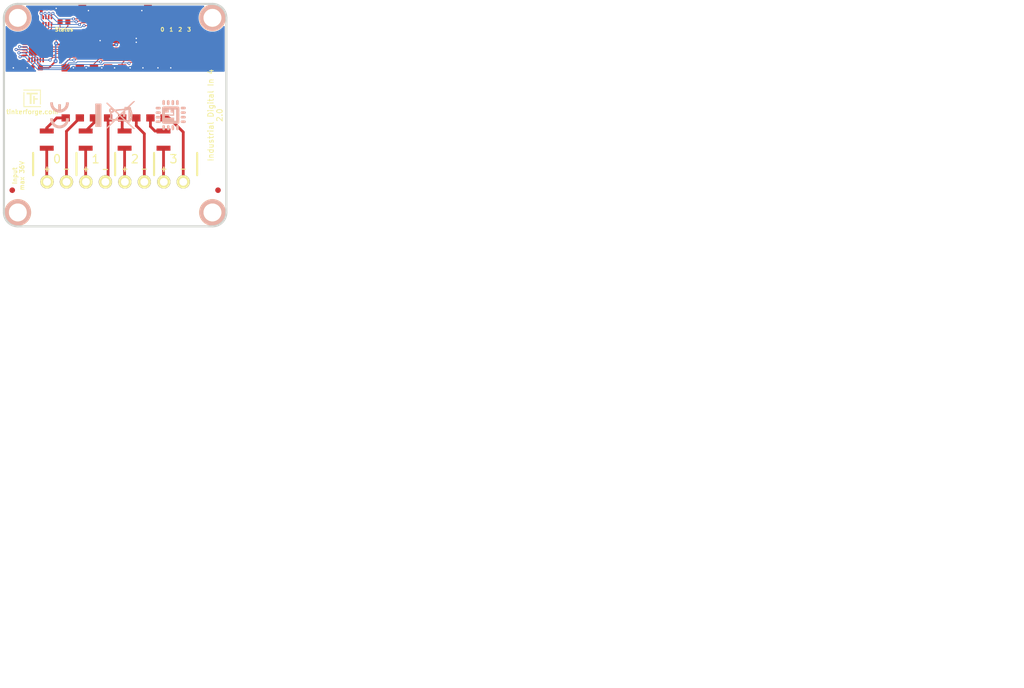
<source format=kicad_pcb>
(kicad_pcb (version 20211014) (generator pcbnew)
  (title_block (title "Industrial Digital In 4 2.0") (date "2023-01-30") (rev "2.0") (company "Tinkerforge GmbH") (comment 1 "Licensed under CERN OHL v.1.1") (comment 2 "Copyright (©) 2023, B.Nordmeyer <bastian@tinkerforge.com>"))
  (layers (0 "F.Cu" signal "Front") (31 "B.Cu" signal "Back") (34 "B.Paste" user) (35 "F.Paste" user) (36 "B.SilkS" user "B.Silkscreen") (37 "F.SilkS" user "F.Silkscreen") (38 "B.Mask" user) (39 "F.Mask" user) (44 "Edge.Cuts" user))
  (net 0 "")
  (net 1 "3V3")
  (net 2 "GND")
  (net 3 "INPUT1")
  (net 4 "INPUT2")
  (net 5 "INPUT3")
  (net 6 "INPUT4")
  (net 7 "Net-(P1-Pad4)")
  (net 8 "Net-(P1-Pad5)")
  (net 9 "Net-(P1-Pad6)")
  (net 10 "Net-(P2-Pad1)")
  (net 11 "Net-(R1-Pad1)")
  (net 12 "Net-(R2-Pad1)")
  (net 13 "Net-(R3-Pad1)")
  (net 14 "Net-(R4-Pad1)")
  (net 15 "Net-(C2-Pad1)")
  (net 16 "Net-(D1-Pad2)")
  (net 17 "Net-(D2-Pad2)")
  (net 18 "Net-(D3-Pad2)")
  (net 19 "Net-(D4-Pad2)")
  (net 20 "Net-(D5-Pad2)")
  (net 21 "Net-(P3-Pad2)")
  (net 22 "Net-(P4-Pad2)")
  (net 23 "Net-(P4-Pad3)")
  (net 24 "Net-(P4-Pad4)")
  (net 25 "Net-(P4-Pad1)")
  (net 26 "Net-(P4-Pad5)")
  (net 27 "Net-(P4-Pad6)")
  (net 28 "Net-(P4-Pad7)")
  (net 29 "Net-(P4-Pad8)")
  (net 30 "Net-(R5-Pad1)")
  (net 31 "S-MISO")
  (net 32 "S-CS")
  (net 33 "S-CLK")
  (net 34 "S-MOSI")
  (net 35 "LED3")
  (net 36 "LED2")
  (net 37 "LED1")
  (net 38 "LED0")
  (net 39 "Net-(P1-Pad1)")
  (net 40 "Net-(U1-Pad2)")
  (net 41 "Net-(U1-Pad8)")
  (net 42 "Net-(U1-Pad11)")
  (net 43 "Net-(U1-Pad12)")
  (net 44 "Net-(U1-Pad17)")
  (net 45 "Net-(U1-Pad19)")
  (net 46 "Net-(U1-Pad20)")
  (footprint "kicad-libraries:Fiducial_Mark" (layer "F.Cu") (at 101.5 73.5)
    (fp_text reference "Fiducial_Mark" hide)
    (fp_text value "VAL**" hide)
  )
  (footprint "kicad-libraries:Fiducial_Mark" (layer "F.Cu") (at 138 46.5)
    (fp_text reference "Fiducial_Mark" hide)
    (fp_text value "VAL**" hide)
  )
  (footprint "kicad-libraries:Logo_31x31" (layer "F.Cu") (at 103.50004 55.4)
    (fp_text reference "G***" hide)
    (fp_text value "Logo_31x31" hide)
  )
  (footprint "kicad-libraries:DEBUG_PAD" (layer "F.Cu") (at 108.70004 45.9)
    (fp_text reference "P2")
    (fp_text value "DEBUG")
  )
  (footprint "kicad-libraries:SolderJumper" (layer "F.Cu") (at 102.80004 51 90)
    (fp_text reference "P3")
    (fp_text value "BOOT")
  )
  (footprint "kicad-libraries:QFN24-4x4mm-0.5mm" (layer "F.Cu") (at 105.80004 48)
    (fp_text reference "U1")
    (fp_text value "XMC1100")
  )
  (footprint "kicad-libraries:Fiducial_Mark" (layer "F.Cu") (at 138.5 73.5)
    (fp_text reference "Fiducial_Mark" hide)
    (fp_text value "VAL**" hide)
  )
  (footprint "kicad-libraries:C0805" (layer "F.Cu") (at 122.00004 46.5)
    (fp_text reference "C1")
    (fp_text value "10uF")
  )
  (footprint "kicad-libraries:C0402F" (layer "F.Cu") (at 108.00004 40.8)
    (fp_text reference "C2")
    (fp_text value "220pF")
  )
  (footprint "kicad-libraries:C0603F" (layer "F.Cu") (at 118.80004 46.6 180)
    (fp_text reference "C3")
    (fp_text value "1uF")
  )
  (footprint "kicad-libraries:C0603F" (layer "F.Cu") (at 105.80004 51.5 180)
    (fp_text reference "C4")
    (fp_text value "100nF")
  )
  (footprint "kicad-libraries:D0603F" (layer "F.Cu") (at 111.50004 42.5 90)
    (fp_text reference "D1")
    (fp_text value "blue")
  )
  (footprint "kicad-libraries:D0603F" (layer "F.Cu") (at 128.50004 42.5 -90)
    (fp_text reference "D2")
    (fp_text value "blue")
  )
  (footprint "kicad-libraries:D0603F" (layer "F.Cu") (at 130.10004 42.5 -90)
    (fp_text reference "D3")
    (fp_text value "blue")
  )
  (footprint "kicad-libraries:D0603F" (layer "F.Cu") (at 131.70004 42.5 -90)
    (fp_text reference "D4")
    (fp_text value "blue")
  )
  (footprint "kicad-libraries:D0603F" (layer "F.Cu") (at 133.30004 42.5 -90)
    (fp_text reference "D5")
    (fp_text value "blue")
  )
  (footprint "kicad-libraries:CON-SENSOR2" (layer "F.Cu") (at 120 40 180)
    (fp_text reference "P1")
    (fp_text value "CON-SENSOR2")
  )
  (footprint "kicad-libraries:OQ_8P" (layer "F.Cu") (at 120.00004 72)
    (fp_text reference "P4")
    (fp_text value "Digital Input")
  )
  (footprint "kicad-libraries:R0603F" (layer "F.Cu") (at 110.10004 42.5 90)
    (fp_text reference "R1")
    (fp_text value "1k")
  )
  (footprint "kicad-libraries:R1210" (layer "F.Cu") (at 107.70004 64.4 -90)
    (fp_text reference "R2")
    (fp_text value "4.7k")
  )
  (footprint "kicad-libraries:R1210" (layer "F.Cu") (at 114.70004 64.4 -90)
    (fp_text reference "R3")
    (fp_text value "4.7k")
  )
  (footprint "kicad-libraries:R1210" (layer "F.Cu") (at 121.70004 64.4 -90)
    (fp_text reference "R4")
    (fp_text value "4.7k")
  )
  (footprint "kicad-libraries:R1210" (layer "F.Cu") (at 128.70004 64.4 -90)
    (fp_text reference "R5")
    (fp_text value "4.7k")
  )
  (footprint "kicad-libraries:4X0402" (layer "F.Cu") (at 107.80004 43 180)
    (fp_text reference "RP1")
    (fp_text value "82")
  )
  (footprint "kicad-libraries:0603X4" (layer "F.Cu") (at 126.90004 47.5 90)
    (fp_text reference "RP2")
    (fp_text value "1k")
  )
  (footprint "kicad-libraries:0603X4" (layer "F.Cu") (at 132.30004 50.3 90)
    (fp_text reference "RP3")
    (fp_text value "10k")
  )
  (footprint "kicad-libraries:OPTO-SMD16" (layer "F.Cu") (at 120.00004 56)
    (fp_text reference "U2")
    (fp_text value "LTV846S")
  )
  (footprint "kicad-libraries:DRILL_NP" (layer "F.Cu") (at 102.5 42.5)
    (fp_text reference "U3" hide)
    (fp_text value "DRILL" hide)
  )
  (footprint "kicad-libraries:DRILL_NP" (layer "F.Cu") (at 137.5 42.5)
    (fp_text reference "U4" hide)
    (fp_text value "DRILL" hide)
  )
  (footprint "kicad-libraries:DRILL_NP" (layer "F.Cu") (at 137.5 77.5)
    (fp_text reference "U5" hide)
    (fp_text value "DRILL" hide)
  )
  (footprint "kicad-libraries:DRILL_NP" (layer "F.Cu") (at 102.5 77.5)
    (fp_text reference "U6" hide)
    (fp_text value "DRILL" hide)
  )
  (footprint "kicad-libraries:CE_5mm" (layer "B.Cu") (at 110.00004 60 90)
    (fp_text reference "VAL" hide)
    (fp_text value "CE_5mm" hide)
  )
  (footprint "kicad-libraries:WEEE_7mm" (layer "B.Cu") (at 120.00004 60 90)
    (fp_text reference "VAL" hide)
    (fp_text value "WEEE_7mm" hide)
  )
  (footprint "kicad-libraries:Logo_CoMCU" (layer "B.Cu") (at 130.00004 60 90)
    (fp_text reference "G***" hide)
    (fp_text value "LOGO" hide)
  )
  (gr_line (start 113.05072 70.79924) (end 113.05072 66.79874) (layer "F.SilkS") (width 0.381))
  (gr_line (start 127.0004 70.79924) (end 127.0004 66.79874) (layer "F.SilkS") (width 0.381))
  (gr_line (start 120.00016 70.79924) (end 120.00016 66.79874) (layer "F.SilkS") (width 0.381))
  (gr_line (start 105.25038 70.79924) (end 105.25038 66.79874) (layer "F.SilkS") (width 0.381))
  (gr_line (start 134.74994 70.79924) (end 134.74994 66.79874) (layer "F.SilkS") (width 0.381))
  (gr_line (start 100 77.5) (end 100 42.5) (layer "Edge.Cuts") (width 0.381))
  (gr_line (start 140 42.5) (end 140 77.5) (layer "Edge.Cuts") (width 0.381))
  (gr_arc (start 102.5 80) (mid 100.732233 79.267767) (end 100 77.5) (layer "Edge.Cuts") (width 0.381))
  (gr_arc (start 137.5 40) (mid 139.267767 40.732233) (end 140 42.5) (layer "Edge.Cuts") (width 0.381))
  (gr_line (start 102.5 40) (end 137.5 40) (layer "Edge.Cuts") (width 0.381))
  (gr_line (start 137.5 80) (end 102.5 80) (layer "Edge.Cuts") (width 0.381))
  (gr_arc (start 140 77.5) (mid 139.267767 79.267767) (end 137.5 80) (layer "Edge.Cuts") (width 0.381))
  (gr_arc (start 100 42.5) (mid 100.732233 40.732233) (end 102.5 40) (layer "Edge.Cuts") (width 0.381))
  (gr_text "+" (at 114.74998 69.64862) (layer "F.SilkS") (effects (font (size 1.00076 1.00076) (thickness 0.20066))))
  (gr_text "Status" (at 110.80004 44.6) (layer "F.SilkS") (effects (font (size 0.7 0.7) (thickness 0.14986))))
  (gr_text "+" (at 128.75046 69.64862) (layer "F.SilkS") (effects (font (size 1.00076 1.00076) (thickness 0.20066))))
  (gr_text "-" (at 118.2501 69.69942) (layer "F.SilkS") (effects (font (size 1.00076 1.00076) (thickness 0.20066))))
  (gr_text "1" (at 130.10004 44.6) (layer "F.SilkS") (effects (font (size 0.7 0.7) (thickness 0.14986))))
  (gr_text "+" (at 121.75022 69.64862) (layer "F.SilkS") (effects (font (size 1.00076 1.00076) (thickness 0.20066))))
  (gr_text "3" (at 133.30004 44.6) (layer "F.SilkS") (effects (font (size 0.7 0.7) (thickness 0.14986))))
  (gr_text "-" (at 132.25058 69.64862) (layer "F.SilkS") (effects (font (size 1.00076 1.00076) (thickness 0.20066))))
  (gr_text "1" (at 116.50004 67.89856) (layer "F.SilkS") (effects (font (size 1.50114 1.50114) (thickness 0.20066))))
  (gr_text "0" (at 128.50004 44.6) (layer "F.SilkS") (effects (font (size 0.7 0.7) (thickness 0.14986))))
  (gr_text "-" (at 125.25034 69.64862) (layer "F.SilkS") (effects (font (size 1.00076 1.00076) (thickness 0.20066))))
  (gr_text "Input\nmax 36V" (at 102.60004 70.9 90) (layer "F.SilkS") (effects (font (size 0.8001 0.8001) (thickness 0.14986))))
  (gr_text "-" (at 111.24986 69.64862) (layer "F.SilkS") (effects (font (size 1.00076 1.00076) (thickness 0.20066))))
  (gr_text "Industrial Digital In 4\n2.0" (at 138.00004 60 90) (layer "F.SilkS") (effects (font (size 1 1))))
  (gr_text "0" (at 109.5506 67.89856) (layer "F.SilkS") (effects (font (size 1.50114 1.50114) (thickness 0.20066))))
  (gr_text "2" (at 131.70004 44.6) (layer "F.SilkS") (effects (font (size 0.7 0.7) (thickness 0.14986))))
  (gr_text "2" (at 123.55108 67.89856) (layer "F.SilkS") (effects (font (size 1.50114 1.50114) (thickness 0.20066))))
  (gr_text "+" (at 107.74974 69.64862) (layer "F.SilkS") (effects (font (size 1.00076 1.00076) (thickness 0.20066))))
  (gr_text "3" (at 130.50052 67.89856) (layer "F.SilkS") (effects (font (size 1.50114 1.50114) (thickness 0.20066))))
  (gr_text "tinkerforge.com" (at 105.10004 59.4) (layer "F.SilkS") (effects (font (size 0.8001 0.8001) (thickness 0.14986))))
  (segment (start 121.25016 46.24912) (end 120.99928 46.5) (width 0.50038) (layer "F.Cu") (net 1))
  (segment (start 120.89928 46.6) (end 120.99928 46.5) (width 0.50038) (layer "F.Cu") (net 1))
  (segment (start 120.30004 46.6) (end 120.89928 46.6) (width 0.50038) (layer "F.Cu") (net 1))
  (segment (start 120.20004 46.6) (end 120.30004 46.6) (width 0.50038) (layer "F.Cu") (net 1))
  (segment (start 108.10004 51.5) (end 109.30004 50.3) (width 0.29972) (layer "F.Cu") (net 1))
  (segment (start 109.40004 47.1) (end 109.60004 47.3) (width 0.29972) (layer "F.Cu") (net 1))
  (segment (start 109.60004 47.3) (end 117.30004 47.3) (width 0.29972) (layer "F.Cu") (net 1))
  (segment (start 117.30004 47.3) (end 117.40004 47.4) (width 0.29972) (layer "F.Cu") (net 1))
  (segment (start 117.40004 47.4) (end 120.10004 47.4) (width 0.29972) (layer "F.Cu") (net 1))
  (segment (start 120.10004 47.4) (end 120.20004 47.3) (width 0.29972) (layer "F.Cu") (net 1))
  (segment (start 106.05004 50.65) (end 106.55004 51.15) (width 0.14986) (layer "F.Cu") (net 1))
  (segment (start 106.55004 51.15) (end 106.55004 51.5) (width 0.14986) (layer "F.Cu") (net 1))
  (segment (start 111.50004 44) (end 109.40004 46.1) (width 0.14986) (layer "F.Cu") (net 1))
  (segment (start 109.40004 46.1) (end 109.40004 47.1) (width 0.14986) (layer "F.Cu") (net 1))
  (segment (start 121.25016 43.44988) (end 121.70004 43) (width 0.29972) (layer "F.Cu") (net 1))
  (segment (start 121.70004 43) (end 126.50004 43) (width 0.29972) (layer "F.Cu") (net 1))
  (segment (start 126.50004 43) (end 127.75004 41.75) (width 0.29972) (layer "F.Cu") (net 1))
  (segment (start 127.75004 41.75) (end 128.50004 41.75) (width 0.29972) (layer "F.Cu") (net 1))
  (segment (start 133.90116 51.49888) (end 134.50004 50.9) (width 0.29972) (layer "F.Cu") (net 1))
  (segment (start 134.50004 50.9) (end 134.50004 50.2) (width 0.29972) (layer "F.Cu") (net 1))
  (segment (start 134.50004 42.4) (end 133.85004 41.75) (width 0.29972) (layer "F.Cu") (net 1))
  (segment (start 133.85004 41.75) (end 133.30004 41.75) (width 0.29972) (layer "F.Cu") (net 1))
  (segment (start 134.09892 49.10112) (end 134.50004 48.7) (width 0.29972) (layer "F.Cu") (net 1))
  (segment (start 134.50004 48.7) (end 134.50004 42.4) (width 0.29972) (layer "F.Cu") (net 1))
  (segment (start 134.09882 49.90122) (end 134.50004 49.5) (width 0.29972) (layer "F.Cu") (net 1))
  (segment (start 134.50004 49.5) (end 134.50004 48.7) (width 0.29972) (layer "F.Cu") (net 1))
  (segment (start 134.00126 50.69878) (end 134.50004 50.2) (width 0.29972) (layer "F.Cu") (net 1))
  (segment (start 134.50004 50.2) (end 134.50004 49.5) (width 0.29972) (layer "F.Cu") (net 1))
  (segment (start 119.55004 46.6) (end 120.20004 46.6) (width 0.50038) (layer "F.Cu") (net 1))
  (segment (start 121.25016 44.5992) (end 121.25016 46.24912) (width 0.50038) (layer "F.Cu") (net 1))
  (segment (start 111.50004 43.25) (end 111.50004 44) (width 0.14986) (layer "F.Cu") (net 1))
  (segment (start 120.20004 46.6) (end 120.20004 47.3) (width 0.50038) (layer "F.Cu") (net 1))
  (segment (start 133.15094 49.10112) (end 134.09892 49.10112) (width 0.29972) (layer "F.Cu") (net 1))
  (segment (start 128.50004 41.75) (end 130.10004 41.75) (width 0.29972) (layer "F.Cu") (net 1))
  (segment (start 133.15094 49.90122) (end 134.09882 49.90122) (width 0.29972) (layer "F.Cu") (net 1))
  (segment (start 130.10004 41.75) (end 131.70004 41.75) (width 0.29972) (layer "F.Cu") (net 1))
  (segment (start 108.10004 51.5) (end 106.55004 51.5) (width 0.29972) (layer "F.Cu") (net 1))
  (segment (start 133.30004 41.75) (end 131.70004 41.75) (width 0.29972) (layer "F.Cu") (net 1))
  (segment (start 106.05004 50.025) (end 106.05004 50.65) (width 0.14986) (layer "F.Cu") (net 1))
  (segment (start 133.15094 51.49888) (end 133.90116 51.49888) (width 0.29972) (layer "F.Cu") (net 1))
  (segment (start 121.25016 44.5992) (end 121.25016 43.44988) (width 0.29972) (layer "F.Cu") (net 1))
  (segment (start 133.15094 50.69878) (end 134.00126 50.69878) (width 0.29972) (layer "F.Cu") (net 1))
  (via (at 109.40004 47.1) (size 0.7) (drill 0.25) (layers "F.Cu" "B.Cu") (net 1))
  (via (at 120.20004 47.3) (size 0.7) (drill 0.25) (layers "F.Cu" "B.Cu") (net 1))
  (via (at 109.30004 50.3) (size 0.7) (drill 0.25) (layers "F.Cu" "B.Cu") (net 1))
  (segment (start 109.30004 47.2) (end 109.40004 47.1) (width 0.29972) (layer "B.Cu") (net 1))
  (segment (start 109.30004 50.3) (end 109.30004 47.2) (width 0.29972) (layer "B.Cu") (net 1))
  (segment (start 114.79838 51.50166) (end 114.80004 51.5) (width 0.50038) (layer "F.Cu") (net 2))
  (segment (start 112.5017 51.50166) (end 112.50004 51.5) (width 0.50038) (layer "F.Cu") (net 2))
  (segment (start 117.6017 51.50166) (end 117.60004 51.5) (width 0.50038) (layer "F.Cu") (net 2))
  (segment (start 119.89838 51.50166) (end 119.90004 51.5) (width 0.50038) (layer "F.Cu") (net 2))
  (segment (start 122.7017 51.50166) (end 122.70004 51.5) (width 0.50038) (layer "F.Cu") (net 2))
  (segment (start 124.99838 51.50166) (end 125.00004 51.5) (width 0.50038) (layer "F.Cu") (net 2))
  (segment (start 127.7017 51.50166) (end 127.70004 51.5) (width 0.50038) (layer "F.Cu") (net 2))
  (segment (start 129.99838 51.50166) (end 130.00004 51.5) (width 0.50038) (layer "F.Cu") (net 2))
  (segment (start 115.19924 41.1992) (end 115.20004 41.2) (width 0.50038) (layer "F.Cu") (net 2))
  (segment (start 124.80084 41.1992) (end 124.80004 41.2) (width 0.50038) (layer "F.Cu") (net 2))
  (segment (start 122.50016 45.50012) (end 123.0008 46.00076) (width 0.50038) (layer "F.Cu") (net 2))
  (segment (start 123.0008 46.00076) (end 123.0008 46.5) (width 0.50038) (layer "F.Cu") (net 2))
  (segment (start 123.40004 46.5) (end 123.80004 46.9) (width 0.50038) (layer "F.Cu") (net 2))
  (segment (start 123.50004 46.5) (end 123.80004 46.2) (width 0.50038) (layer "F.Cu") (net 2))
  (segment (start 105.55004 50.55) (end 105.05004 51.05) (width 0.14986) (layer "F.Cu") (net 2))
  (segment (start 105.05004 51.05) (end 105.05004 51.5) (width 0.14986) (layer "F.Cu") (net 2))
  (segment (start 105.55004 49.05) (end 105.15004 48.65) (width 0.14986) (layer "F.Cu") (net 2))
  (segment (start 102.25004 51.5) (end 102.80004 51.5) (width 0.14986) (layer "F.Cu") (net 2))
  (segment (start 103.30004 51.5) (end 103.30004 51.2) (width 0.14986) (layer "F.Cu") (net 2))
  (segment (start 103.30004 51.2) (end 103.35004 51.225) (width 0.14986) (layer "F.Cu") (net 2))
  (segment (start 105.15004 48.65) (end 105.15004 47.35) (width 0.14986) (layer "F.Cu") (net 2))
  (segment (start 106.45004 47.35) (end 106.45004 48.65) (width 0.14986) (layer "F.Cu") (net 2))
  (segment (start 102.25004 51.225) (end 102.25004 51.5) (width 0.14986) (layer "F.Cu") (net 2))
  (segment (start 105.55004 50.025) (end 105.55004 49.05) (width 0.14986) (layer "F.Cu") (net 2))
  (segment (start 123.0008 46.5) (end 123.40004 46.5) (width 0.50038) (layer "F.Cu") (net 2))
  (segment (start 118.05004 46.6) (end 117.30004 46.6) (width 0.50038) (layer "F.Cu") (net 2))
  (segment (start 105.15004 47.35) (end 106.45004 47.35) (width 0.14986) (layer "F.Cu") (net 2))
  (segment (start 123.8075 51.50166) (end 124.99838 51.50166) (width 0.50038) (layer "F.Cu") (net 2))
  (segment (start 105.55004 50.025) (end 105.55004 50.55) (width 0.14986) (layer "F.Cu") (net 2))
  (segment (start 108.65004 40.8) (end 109.40004 40.8) (width 0.50038) (layer "F.Cu") (net 2))
  (segment (start 118.73258 51.50166) (end 119.89838 51.50166) (width 0.50038) (layer "F.Cu") (net 2))
  (segment (start 128.8875 51.50166) (end 127.7017 51.50166) (width 0.50038) (layer "F.Cu") (net 2))
  (segment (start 102.80004 51.5) (end 103.30004 51.5) (width 0.14986) (layer "F.Cu") (net 2))
  (segment (start 123.8075 51.50166) (end 122.7017 51.50166) (width 0.50038) (layer "F.Cu") (net 2))
  (segment (start 128.8875 51.50166) (end 129.99838 51.50166) (width 0.50038) (layer "F.Cu") (net 2))
  (segment (start 105.05004 51.5) (end 104.20004 51.5) (width 0.50038) (layer "F.Cu") (net 2))
  (segment (start 123.0008 46.5) (end 123.50004 46.5) (width 0.50038) (layer "F.Cu") (net 2))
  (segment (start 113.65258 51.50166) (end 112.5017 51.50166) (width 0.50038) (layer "F.Cu") (net 2))
  (segment (start 102.80004 51.5) (end 101.70004 51.5) (width 0.14986) (layer "F.Cu") (net 2))
  (segment (start 113.65258 51.50166) (end 114.79838 51.50166) (width 0.50038) (layer "F.Cu") (net 2))
  (segment (start 114.10016 41.1992) (end 115.19924 41.1992) (width 0.50038) (layer "F.Cu") (net 2))
  (segment (start 122.50016 44.5992) (end 122.50016 45.50012) (width 0.50038) (layer "F.Cu") (net 2))
  (segment (start 118.73258 51.50166) (end 117.6017 51.50166) (width 0.50038) (layer "F.Cu") (net 2))
  (segment (start 125.90016 41.1992) (end 124.80084 41.1992) (width 0.50038) (layer "F.Cu") (net 2))
  (via (at 117.30004 46.6) (size 0.7) (drill 0.25) (layers "F.Cu" "B.Cu") (net 2))
  (via (at 124.80004 41.2) (size 0.7) (drill 0.25) (layers "F.Cu" "B.Cu") (net 2))
  (via (at 101.70004 51.5) (size 0.7) (drill 0.25) (layers "F.Cu" "B.Cu") (net 2))
  (via (at 104.20004 51.5) (size 0.7) (drill 0.25) (layers "F.Cu" "B.Cu") (net 2))
  (via (at 114.80004 51.5) (size 0.7) (drill 0.25) (layers "F.Cu" "B.Cu") (net 2))
  (via (at 123.80004 46.9) (size 0.7) (drill 0.25) (layers "F.Cu" "B.Cu") (net 2))
  (via (at 127.70004 51.5) (size 0.7) (drill 0.25) (layers "F.Cu" "B.Cu") (net 2))
  (via (at 112.50004 51.5) (size 0.7) (drill 0.25) (layers "F.Cu" "B.Cu") (net 2))
  (via (at 119.90004 51.5) (size 0.7) (drill 0.25) (layers "F.Cu" "B.Cu") (net 2))
  (via (at 115.20004 41.2) (size 0.7) (drill 0.25) (layers "F.Cu" "B.Cu") (net 2))
  (via (at 117.60004 51.5) (size 0.7) (drill 0.25) (layers "F.Cu" "B.Cu") (net 2))
  (via (at 122.70004 51.5) (size 0.7) (drill 0.25) (layers "F.Cu" "B.Cu") (net 2))
  (via (at 123.80004 46.2) (size 0.7) (drill 0.25) (layers "F.Cu" "B.Cu") (net 2))
  (via (at 109.40004 40.8) (size 0.7) (drill 0.25) (layers "F.Cu" "B.Cu") (net 2))
  (via (at 130.00004 51.5) (size 0.7) (drill 0.25) (layers "F.Cu" "B.Cu") (net 2))
  (via (at 125.00004 51.5) (size 0.7) (drill 0.25) (layers "F.Cu" "B.Cu") (net 2))
  (segment (start 111.11258 50.98746) (end 111.11258 51.50166) (width 0.29972) (layer "F.Cu") (net 3))
  (segment (start 129.69892 49.10112) (end 129.20004 49.6) (width 0.14986) (layer "F.Cu") (net 3))
  (segment (start 112.10004 49.6) (end 111.11258 50.58746) (width 0.14986) (layer "F.Cu") (net 3))
  (segment (start 111.11258 51.50166) (end 111.11258 50.58746) (width 0.14986) (layer "F.Cu") (net 3))
  (segment (start 108.80004 49.6) (end 108.30004 50.1) (width 0.14986) (layer "F.Cu") (net 3))
  (segment (start 102.80004 47.7) (end 102.85004 47.75) (width 0.14986) (layer "F.Cu") (net 3))
  (segment (start 102.85004 47.75) (end 103.77504 47.75) (width 0.14986) (layer "F.Cu") (net 3))
  (segment (start 112.10004 49.6) (end 129.20004 49.6) (width 0.14986) (layer "F.Cu") (net 3))
  (segment (start 129.69892 49.10112) (end 131.44914 49.10112) (width 0.14986) (layer "F.Cu") (net 3))
  (segment (start 112.10004 49.6) (end 108.80004 49.6) (width 0.14986) (layer "F.Cu") (net 3))
  (via (at 108.30004 50.1) (size 0.55) (drill 0.25) (layers "F.Cu" "B.Cu") (net 3))
  (via (at 102.80004 47.7) (size 0.55) (drill 0.25) (layers "F.Cu" "B.Cu") (net 3))
  (segment (start 108.30004 50.1) (end 106.40004 50.1) (width 0.14986) (layer "B.Cu") (net 3))
  (segment (start 106.40004 50.1) (end 104.00004 47.7) (width 0.14986) (layer "B.Cu") (net 3))
  (segment (start 104.00004 47.7) (end 102.80004 47.7) (width 0.14986) (layer "B.Cu") (net 3))
  (segment (start 130.80004 49.9) (end 130.80126 49.90122) (width 0.14986) (layer "F.Cu") (net 4))
  (segment (start 116.19258 50.807738) (end 116.19258 51.50166) (width 0.14986) (layer "F.Cu") (net 4))
  (segment (start 117.100179 49.900139) (end 116.19258 50.807738) (width 0.14986) (layer "F.Cu") (net 4))
  (segment (start 102.20004 48.2) (end 102.25004 48.25) (width 0.14986) (layer "F.Cu") (net 4))
  (segment (start 102.25004 48.25) (end 103.77504 48.25) (width 0.14986) (layer "F.Cu") (net 4))
  (segment (start 112.799901 49.900139) (end 112.60004 50.1) (width 0.14986) (layer "F.Cu") (net 4))
  (segment (start 117.100179 49.900139) (end 112.90004 49.900139) (width 0.14986) (layer "F.Cu") (net 4))
  (segment (start 131.44914 49.90122) (end 130.80126 49.90122) (width 0.14986) (layer "F.Cu") (net 4))
  (segment (start 112.90004 49.900139) (end 112.799901 49.900139) (width 0.14986) (layer "F.Cu") (net 4))
  (segment (start 117.100318 49.9) (end 117.100179 49.900139) (width 0.14986) (layer "F.Cu") (net 4))
  (segment (start 130.80004 49.9) (end 117.100318 49.9) (width 0.14986) (layer "F.Cu") (net 4))
  (via (at 112.60004 50.1) (size 0.55) (drill 0.25) (layers "F.Cu" "B.Cu") (net 4))
  (via (at 102.20004 48.2) (size 0.55) (drill 0.25) (layers "F.Cu" "B.Cu") (net 4))
  (segment (start 103.90004 48.2) (end 102.20004 48.2) (width 0.14986) (layer "B.Cu") (net 4))
  (segment (start 110.50004 51.1) (end 106.80004 51.1) (width 0.14986) (layer "B.Cu") (net 4))
  (segment (start 106.80004 51.1) (end 103.90004 48.2) (width 0.14986) (layer "B.Cu") (net 4))
  (segment (start 111.50004 50.1) (end 110.50004 51.1) (width 0.14986) (layer "B.Cu") (net 4))
  (segment (start 112.60004 50.1) (end 111.50004 50.1) (width 0.14986) (layer "B.Cu") (net 4))
  (segment (start 130.89882 50.69878) (end 130.40004 50.2) (width 0.14986) (layer "F.Cu") (net 5))
  (segment (start 130.40004 50.2) (end 121.70004 50.2) (width 0.14986) (layer "F.Cu") (net 5))
  (segment (start 121.70004 50.2) (end 121.2675 50.63254) (width 0.14986) (layer "F.Cu") (net 5))
  (segment (start 121.2675 50.63254) (end 121.2675 51.50166) (width 0.14986) (layer "F.Cu") (net 5))
  (segment (start 117.60004 50.2) (end 117.40004 50.4) (width 0.14986) (layer "F.Cu") (net 5))
  (segment (start 102.70004 48.8) (end 102.75004 48.75) (width 0.14986) (layer "F.Cu") (net 5))
  (segment (start 102.75004 48.75) (end 103.77504 48.75) (width 0.14986) (layer "F.Cu") (net 5))
  (segment (start 121.70004 50.2) (end 117.60004 50.2) (width 0.14986) (layer "F.Cu") (net 5))
  (segment (start 131.44914 50.69878) (end 130.89882 50.69878) (width 0.14986) (layer "F.Cu") (net 5))
  (segment (start 121.2675 51.50166) (end 121.2675 51.06746) (width 0.29972) (layer "F.Cu") (net 5))
  (via (at 117.40004 50.4) (size 0.55) (drill 0.25) (layers "F.Cu" "B.Cu") (net 5))
  (via (at 102.70004 48.8) (size 0.55) (drill 0.25) (layers "F.Cu" "B.Cu") (net 5))
  (segment (start 106.50004 51.5) (end 103.80004 48.8) (width 0.14986) (layer "B.Cu") (net 5))
  (segment (start 103.80004 48.8) (end 102.70004 48.8) (width 0.14986) (layer "B.Cu") (net 5))
  (segment (start 113.20004 50.4) (end 113.00004 50.6) (width 0.14986) (layer "B.Cu") (net 5))
  (segment (start 111.70004 50.6) (end 110.80004 51.5) (width 0.14986) (layer "B.Cu") (net 5))
  (segment (start 110.80004 51.5) (end 106.50004 51.5) (width 0.14986) (layer "B.Cu") (net 5))
  (segment (start 113.00004 50.6) (end 111.70004 50.6) (width 0.14986) (layer "B.Cu") (net 5))
  (segment (start 117.40004 50.4) (end 113.20004 50.4) (width 0.14986) (layer "B.Cu") (net 5))
  (segment (start 130.99892 51.49888) (end 130.00004 50.5) (width 0.14986) (layer "F.Cu") (net 6))
  (segment (start 130.00004 50.5) (end 126.80004 50.5) (width 0.14986) (layer "F.Cu") (net 6))
  (segment (start 126.80004 50.5) (end 126.3475 50.95254) (width 0.14986) (layer "F.Cu") (net 6))
  (segment (start 126.3475 50.95254) (end 126.3475 51.50166) (width 0.14986) (layer "F.Cu") (net 6))
  (segment (start 122.70004 50.5) (end 122.50004 50.7) (width 0.14986) (layer "F.Cu") (net 6))
  (segment (start 102.90004 49.5) (end 103.15004 49.25) (width 0.14986) (layer "F.Cu") (net 6))
  (segment (start 103.15004 49.25) (end 103.77504 49.25) (width 0.14986) (layer "F.Cu") (net 6))
  (segment (start 126.80004 50.5) (end 122.70004 50.5) (width 0.14986) (layer "F.Cu") (net 6))
  (segment (start 131.44914 51.49888) (end 130.99892 51.49888) (width 0.14986) (layer "F.Cu") (net 6))
  (via (at 122.50004 50.7) (size 0.55) (drill 0.25) (layers "F.Cu" "B.Cu") (net 6))
  (via (at 102.90004 49.5) (size 0.55) (drill 0.25) (layers "F.Cu" "B.Cu") (net 6))
  (segment (start 122.50004 50.7) (end 122.40004 50.6) (width 0.14986) (layer "B.Cu") (net 6))
  (segment (start 122.40004 50.6) (end 118.00004 50.6) (width 0.14986) (layer "B.Cu") (net 6))
  (segment (start 118.00004 50.6) (end 117.70004 50.9) (width 0.14986) (layer "B.Cu") (net 6))
  (segment (start 112.40004 50.9) (end 112.00004 50.9) (width 0.14986) (layer "B.Cu") (net 6))
  (segment (start 112.00004 50.9) (end 111.10004 51.8) (width 0.14986) (layer "B.Cu") (net 6))
  (segment (start 111.10004 51.8) (end 106.10004 51.8) (width 0.14986) (layer "B.Cu") (net 6))
  (segment (start 106.10004 51.8) (end 103.80004 49.5) (width 0.14986) (layer "B.Cu") (net 6))
  (segment (start 103.80004 49.5) (end 102.90004 49.5) (width 0.14986) (layer "B.Cu") (net 6))
  (segment (start 113.60004 50.9) (end 117.70004 50.9) (width 0.14986) (layer "B.Cu") (net 6))
  (segment (start 113.60004 50.9) (end 112.40004 50.9) (width 0.14986) (layer "B.Cu") (net 6))
  (segment (start 108.54934 41.9507) (end 108.80004 41.7) (width 0.14986) (layer "F.Cu") (net 7))
  (segment (start 120.00016 43.50012) (end 119.20004 42.7) (width 0.14986) (layer "F.Cu") (net 7))
  (segment (start 119.20004 42.7) (end 112.50004 42.7) (width 0.14986) (layer "F.Cu") (net 7))
  (segment (start 108.65004 41.55) (end 108.80004 41.7) (width 0.14986) (layer "F.Cu") (net 7))
  (segment (start 120.00016 44.5992) (end 120.00016 43.50012) (width 0.14986) (layer "F.Cu") (net 7))
  (segment (start 108.54934 41.9507) (end 108.54934 42.425) (width 0.14986) (layer "F.Cu") (net 7))
  (via (at 112.50004 42.7) (size 0.55) (drill 0.25) (layers "F.Cu" "B.Cu") (net 7))
  (via (at 108.80004 41.7) (size 0.55) (drill 0.25) (layers "F.Cu" "B.Cu") (net 7))
  (segment (start 109.80004 42.7) (end 108.80004 41.7) (width 0.14986) (layer "B.Cu") (net 7))
  (segment (start 112.50004 42.7) (end 109.80004 42.7) (width 0.14986) (layer "B.Cu") (net 7))
  (segment (start 108.04896 41.75108) (end 108.10004 41.7) (width 0.14986) (layer "F.Cu") (net 8))
  (segment (start 118.75016 43.45012) (end 118.40004 43.1) (width 0.14986) (layer "F.Cu") (net 8))
  (segment (start 118.40004 43.1) (end 113.10004 43.1) (width 0.14986) (layer "F.Cu") (net 8))
  (segment (start 113.10004 43.1) (end 113.00004 43.2) (width 0.14986) (layer "F.Cu") (net 8))
  (segment (start 108.04896 42.425) (end 108.04896 41.75108) (width 0.14986) (layer "F.Cu") (net 8))
  (segment (start 118.75016 43.45012) (end 118.75016 44.5992) (width 0.14986) (layer "F.Cu") (net 8))
  (via (at 113.00004 43.2) (size 0.55) (drill 0.25) (layers "F.Cu" "B.Cu") (net 8))
  (via (at 108.10004 41.7) (size 0.55) (drill 0.25) (layers "F.Cu" "B.Cu") (net 8))
  (segment (start 109.50004 43.2) (end 108.10004 41.8) (width 0.14986) (layer "B.Cu") (net 8))
  (segment (start 108.10004 41.8) (end 108.10004 41.7) (width 0.14986) (layer "B.Cu") (net 8))
  (segment (start 113.00004 43.2) (end 109.50004 43.2) (width 0.14986) (layer "B.Cu") (net 8))
  (segment (start 107.55112 41.85108) (end 107.40004 41.7) (width 0.14986) (layer "F.Cu") (net 9))
  (segment (start 117.20004 43.4) (end 117.50016 43.70012) (width 0.14986) (layer "F.Cu") (net 9))
  (segment (start 117.20004 43.4) (end 113.90004 43.4) (width 0.14986) (layer "F.Cu") (net 9))
  (segment (start 113.90004 43.4) (end 113.60004 43.7) (width 0.14986) (layer "F.Cu") (net 9))
  (segment (start 117.50016 44.5992) (end 117.50016 43.70012) (width 0.14986) (layer "F.Cu") (net 9))
  (segment (start 107.55112 42.425) (end 107.55112 41.85108) (width 0.14986) (layer "F.Cu") (net 9))
  (via (at 113.60004 43.7) (size 0.55) (drill 0.25) (layers "F.Cu" "B.Cu") (net 9))
  (via (at 107.40004 41.7) (size 0.55) (drill 0.25) (layers "F.Cu" "B.Cu") (net 9))
  (segment (start 108.80004 43.7) (end 107.40004 42.3) (width 0.14986) (layer "B.Cu") (net 9))
  (segment (start 107.40004 42.3) (end 107.40004 41.7) (width 0.14986) (layer "B.Cu") (net 9))
  (segment (start 113.60004 43.7) (end 108.80004 43.7) (width 0.14986) (layer "B.Cu") (net 9))
  (segment (start 108.35004 46.75) (end 108.70004 46.4) (width 0.14986) (layer "F.Cu") (net 10))
  (segment (start 108.70004 46.4) (end 108.70004 45.9) (width 0.14986) (layer "F.Cu") (net 10))
  (segment (start 107.82504 46.75) (end 108.15004 46.75) (width 0.14986) (layer "F.Cu") (net 10))
  (segment (start 107.82504 46.75) (end 108.35004 46.75) (width 0.14986) (layer "F.Cu") (net 10))
  (segment (start 109.75004 43.25) (end 110.10004 43.25) (width 0.14986) (layer "F.Cu") (net 11))
  (segment (start 106.05004 45.45) (end 106.30004 45.2) (width 0.14986) (layer "F.Cu") (net 11))
  (segment (start 106.30004 45.2) (end 109.10004 45.2) (width 0.14986) (layer "F.Cu") (net 11))
  (segment (start 109.10004 45.2) (end 110.10004 44.2) (width 0.14986) (layer "F.Cu") (net 11))
  (segment (start 110.10004 44.2) (end 110.10004 43.25) (width 0.14986) (layer "F.Cu") (net 11))
  (segment (start 106.05004 45.975) (end 106.05004 45.45) (width 0.14986) (layer "F.Cu") (net 11))
  (segment (start 109.5017 60.49834) (end 107.70004 62.3) (width 0.50038) (layer "F.Cu") (net 12))
  (segment (start 107.70004 62.3) (end 107.70004 62.8506) (width 0.50038) (layer "F.Cu") (net 12))
  (segment (start 111.11258 60.49834) (end 109.5017 60.49834) (width 0.50038) (layer "F.Cu") (net 12))
  (segment (start 116.19258 61.35806) (end 114.70004 62.8506) (width 0.50038) (layer "F.Cu") (net 13))
  (segment (start 116.19258 60.49834) (end 116.19258 61.35806) (width 0.50038) (layer "F.Cu") (net 13))
  (segment (start 121.2675 62.41806) (end 121.70004 62.8506) (width 0.50038) (layer "F.Cu") (net 14))
  (segment (start 121.2675 60.49834) (end 121.2675 62.41806) (width 0.50038) (layer "F.Cu") (net 14))
  (segment (start 106.70004 41.8) (end 107.05074 42.1507) (width 0.14986) (layer "F.Cu") (net 15))
  (segment (start 106.70004 41.8) (end 106.70004 41.7) (width 0.14986) (layer "F.Cu") (net 15))
  (segment (start 115.55096 43.9) (end 114.40004 43.9) (width 0.14986) (layer "F.Cu") (net 15))
  (segment (start 107.10004 40.8) (end 106.70004 41.2) (width 0.50038) (layer "F.Cu") (net 15))
  (segment (start 106.70004 41.2) (end 106.70004 41.7) (width 0.50038) (layer "F.Cu") (net 15))
  (segment (start 116.25016 44.5992) (end 115.55096 43.9) (width 0.14986) (layer "F.Cu") (net 15))
  (segment (start 107.35004 40.8) (end 107.10004 40.8) (width 0.50038) (layer "F.Cu") (net 15))
  (segment (start 116.25016 44.5992) (end 116.25016 45.351378) (width 0.29972) (layer "F.Cu") (net 15))
  (segment (start 107.05074 42.425) (end 107.05074 42.1507) (width 0.14986) (layer "F.Cu") (net 15))
  (via (at 114.40004 43.9) (size 0.55) (drill 0.25) (layers "F.Cu" "B.Cu") (net 15))
  (via (at 106.70004 41.7) (size 0.55) (drill 0.25) (layers "F.Cu" "B.Cu") (net 15))
  (segment (start 114.20004 43.9) (end 113.90004 44.2) (width 0.14986) (layer "B.Cu") (net 15))
  (segment (start 113.90004 44.2) (end 108.10004 44.2) (width 0.14986) (layer "B.Cu") (net 15))
  (segment (start 108.10004 44.2) (end 106.70004 42.8) (width 0.14986) (layer "B.Cu") (net 15))
  (segment (start 106.70004 42.8) (end 106.70004 41.7) (width 0.14986) (layer "B.Cu") (net 15))
  (segment (start 114.40004 43.9) (end 114.20004 43.9) (width 0.14986) (layer "B.Cu") (net 15))
  (segment (start 111.50004 41.75) (end 110.10004 41.75) (width 0.14986) (layer "F.Cu") (net 16))
  (segment (start 128.50004 46.1) (end 128.29892 46.30112) (width 0.14986) (layer "F.Cu") (net 17))
  (segment (start 128.29892 46.30112) (end 127.75094 46.30112) (width 0.14986) (layer "F.Cu") (net 17))
  (segment (start 128.50004 43.25) (end 128.50004 46.1) (width 0.14986) (layer "F.Cu") (net 17))
  (segment (start 128.39882 47.10122) (end 130.10004 45.4) (width 0.14986) (layer "F.Cu") (net 18))
  (segment (start 130.10004 45.4) (end 130.10004 43.25) (width 0.14986) (layer "F.Cu") (net 18))
  (segment (start 127.75094 47.10122) (end 128.39882 47.10122) (width 0.14986) (layer "F.Cu") (net 18))
  (segment (start 129.00126 47.89878) (end 131.70004 45.2) (width 0.14986) (layer "F.Cu") (net 19))
  (segment (start 131.70004 45.2) (end 131.70004 43.25) (width 0.14986) (layer "F.Cu") (net 19))
  (segment (start 127.75094 47.89878) (end 129.00126 47.89878) (width 0.14986) (layer "F.Cu") (net 19))
  (segment (start 129.10116 48.69888) (end 133.30004 44.5) (width 0.14986) (layer "F.Cu") (net 20))
  (segment (start 133.30004 44.5) (end 133.30004 43.25) (width 0.14986) (layer "F.Cu") (net 20))
  (segment (start 127.75094 48.69888) (end 129.10116 48.69888) (width 0.14986) (layer "F.Cu") (net 20))
  (segment (start 104.12504 50.45) (end 104.55004 50.025) (width 0.14986) (layer "F.Cu") (net 21))
  (segment (start 102.80004 50.85) (end 102.80004 50.45) (width 0.14986) (layer "F.Cu") (net 21))
  (segment (start 102.80004 50.45) (end 104.12504 50.45) (width 0.14986) (layer "F.Cu") (net 21))
  (segment (start 111.24974 62.90118) (end 113.65258 60.49834) (width 0.50038) (layer "F.Cu") (net 22))
  (segment (start 111.24974 72) (end 111.24974 62.90118) (width 0.50038) (layer "F.Cu") (net 22))
  (segment (start 114.70004 71.95018) (end 114.74986 72) (width 0.50038) (layer "F.Cu") (net 23))
  (segment (start 114.70004 65.9494) (end 114.70004 71.95018) (width 0.50038) (layer "F.Cu") (net 23))
  (segment (start 118.73258 71.5174) (end 118.24998 72) (width 0.50038) (layer "F.Cu") (net 24))
  (segment (start 118.73258 60.49834) (end 118.73258 71.5174) (width 0.50038) (layer "F.Cu") (net 24))
  (segment (start 107.70004 71.95042) (end 107.74962 72) (width 0.50038) (layer "F.Cu") (net 25))
  (segment (start 107.70004 65.9494) (end 107.70004 71.95042) (width 0.50038) (layer "F.Cu") (net 25))
  (segment (start 121.70004 71.94994) (end 121.7501 72) (width 0.50038) (layer "F.Cu") (net 26))
  (segment (start 121.70004 65.9494) (end 121.70004 71.94994) (width 0.50038) (layer "F.Cu") (net 26))
  (segment (start 125.25022 63.35018) (end 123.8075 61.90746) (width 0.50038) (layer "F.Cu") (net 27))
  (segment (start 123.8075 61.90746) (end 123.8075 60.49834) (width 0.50038) (layer "F.Cu") (net 27))
  (segment (start 125.25022 72) (end 125.25022 63.35018) (width 0.50038) (layer "F.Cu") (net 27))
  (segment (start 128.70004 71.9497) (end 128.75034 72) (width 0.50038) (layer "F.Cu") (net 28))
  (segment (start 128.70004 65.9494) (end 128.70004 71.9497) (width 0.50038) (layer "F.Cu") (net 28))
  (segment (start 132.25046 63.05042) (end 129.69838 60.49834) (width 0.50038) (layer "F.Cu") (net 29))
  (segment (start 129.69838 60.49834) (end 128.8875 60.49834) (width 0.50038) (layer "F.Cu") (net 29))
  (segment (start 132.25046 72) (end 132.25046 63.05042) (width 0.50038) (layer "F.Cu") (net 29))
  (segment (start 126.3475 62.04746) (end 127.15064 62.8506) (width 0.50038) (layer "F.Cu") (net 30))
  (segment (start 127.15064 62.8506) (end 128.70004 62.8506) (width 0.50038) (layer "F.Cu") (net 30))
  (segment (start 126.3475 60.49834) (end 126.3475 62.04746) (width 0.50038) (layer "F.Cu") (net 30))
  (segment (start 103.77504 45.525) (end 105.40004 43.9) (width 0.14986) (layer "F.Cu") (net 31))
  (segment (start 105.40004 43.9) (end 106.72574 43.9) (width 0.14986) (layer "F.Cu") (net 31))
  (segment (start 106.72574 43.9) (end 107.05074 43.575) (width 0.14986) (layer "F.Cu") (net 31))
  (segment (start 103.77504 46.75) (end 103.77504 45.525) (width 0.14986) (layer "F.Cu") (net 31))
  (segment (start 105.55004 45.45) (end 106.10004 44.9) (width 0.14986) (layer "F.Cu") (net 32))
  (segment (start 106.10004 44.9) (end 108.10004 44.9) (width 0.14986) (layer "F.Cu") (net 32))
  (segment (start 108.10004 44.9) (end 108.54934 44.4507) (width 0.14986) (layer "F.Cu") (net 32))
  (segment (start 108.54934 44.4507) (end 108.54934 43.575) (width 0.14986) (layer "F.Cu") (net 32))
  (segment (start 105.55004 45.975) (end 105.55004 45.45) (width 0.14986) (layer "F.Cu") (net 32))
  (segment (start 105.05004 45.45) (end 105.90004 44.6) (width 0.14986) (layer "F.Cu") (net 33))
  (segment (start 105.90004 44.6) (end 107.80004 44.6) (width 0.14986) (layer "F.Cu") (net 33))
  (segment (start 107.80004 44.6) (end 108.04896 44.35108) (width 0.14986) (layer "F.Cu") (net 33))
  (segment (start 108.04896 44.35108) (end 108.04896 43.575) (width 0.14986) (layer "F.Cu") (net 33))
  (segment (start 105.05004 45.975) (end 105.05004 45.45) (width 0.14986) (layer "F.Cu") (net 33))
  (segment (start 104.55004 45.45) (end 105.699762 44.300278) (width 0.14986) (layer "F.Cu") (net 34))
  (segment (start 105.699762 44.300278) (end 107.299762 44.300278) (width 0.14986) (layer "F.Cu") (net 34))
  (segment (start 107.299762 44.300278) (end 107.55112 44.04892) (width 0.14986) (layer "F.Cu") (net 34))
  (segment (start 107.55112 44.04892) (end 107.55112 43.575) (width 0.14986) (layer "F.Cu") (net 34))
  (segment (start 104.55004 45.975) (end 104.55004 45.45) (width 0.14986) (layer "F.Cu") (net 34))
  (segment (start 125.00116 48.69888) (end 126.04914 48.69888) (width 0.14986) (layer "F.Cu") (net 35))
  (segment (start 124.80004 48.9) (end 125.00116 48.69888) (width 0.14986) (layer "F.Cu") (net 35))
  (segment (start 109.40004 48.9) (end 109.05004 49.25) (width 0.14986) (layer "F.Cu") (net 35))
  (segment (start 107.82504 49.25) (end 109.05004 49.25) (width 0.14986) (layer "F.Cu") (net 35))
  (segment (start 124.80004 48.9) (end 109.40004 48.9) (width 0.14986) (layer "F.Cu") (net 35))
  (segment (start 125.00126 47.89878) (end 126.04914 47.89878) (width 0.14986) (layer "F.Cu") (net 36))
  (segment (start 108.65004 48.75) (end 108.85004 48.55) (width 0.14986) (layer "F.Cu") (net 36))
  (segment (start 108.85004 48.55) (end 124.35004 48.55) (width 0.14986) (layer "F.Cu") (net 36))
  (segment (start 125.00126 47.89878) (end 126.04914 47.89878) (width 0.14986) (layer "F.Cu") (net 36))
  (segment (start 125.00126 47.89878) (end 124.35004 48.55) (width 0.14986) (layer "F.Cu") (net 36))
  (segment (start 108.65004 48.75) (end 107.82504 48.75) (width 0.14986) (layer "F.Cu") (net 36))
  (segment (start 124.00004 48.2) (end 125.09882 47.10122) (width 0.14986) (layer "F.Cu") (net 37))
  (segment (start 125.09882 47.10122) (end 126.04914 47.10122) (width 0.14986) (layer "F.Cu") (net 37))
  (segment (start 108.50004 48.2) (end 108.45004 48.25) (width 0.14986) (layer "F.Cu") (net 37))
  (segment (start 124.00004 48.2) (end 108.50004 48.2) (width 0.14986) (layer "F.Cu") (net 37))
  (segment (start 107.82504 48.25) (end 108.45004 48.25) (width 0.14986) (layer "F.Cu") (net 37))
  (segment (start 115.75004 47.75) (end 115.90004 47.9) (width 0.14986) (layer "F.Cu") (net 38))
  (segment (start 115.90004 47.9) (end 123.70004 47.9) (width 0.14986) (layer "F.Cu") (net 38))
  (segment (start 123.70004 47.9) (end 124.50004 47.1) (width 0.14986) (layer "F.Cu") (net 38))
  (segment (start 124.50004 47.1) (end 124.50004 46.7) (width 0.14986) (layer "F.Cu") (net 38))
  (segment (start 124.50004 46.7) (end 124.89892 46.30112) (width 0.14986) (layer "F.Cu") (net 38))
  (segment (start 124.89892 46.30112) (end 126.04914 46.30112) (width 0.14986) (layer "F.Cu") (net 38))
  (segment (start 107.82504 47.75) (end 115.75004 47.75) (width 0.14986) (layer "F.Cu") (net 38))
  (zone (net 2) (net_name "GND") (layer "B.Cu") (connect_pads (clearance 0.29972)) (min_thickness 0.254) (fill yes (thermal_gap 0.24892) (thermal_bridge_width 0.25908))
    (polygon (pts (xy 139.99992 52.20036) (xy 139.99992 40) (xy 100 40) (xy 100 52.20036)))
  )
)
</source>
